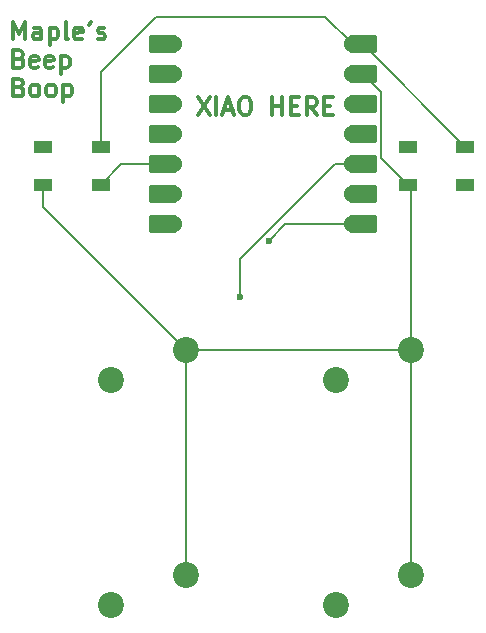
<source format=gbr>
%TF.GenerationSoftware,KiCad,Pcbnew,9.0.2*%
%TF.CreationDate,2025-06-25T23:30:19-04:00*%
%TF.ProjectId,_autosave-hack pad,5f617574-6f73-4617-9665-2d6861636b20,rev?*%
%TF.SameCoordinates,Original*%
%TF.FileFunction,Copper,L1,Top*%
%TF.FilePolarity,Positive*%
%FSLAX46Y46*%
G04 Gerber Fmt 4.6, Leading zero omitted, Abs format (unit mm)*
G04 Created by KiCad (PCBNEW 9.0.2) date 2025-06-25 23:30:19*
%MOMM*%
%LPD*%
G01*
G04 APERTURE LIST*
G04 Aperture macros list*
%AMRoundRect*
0 Rectangle with rounded corners*
0 $1 Rounding radius*
0 $2 $3 $4 $5 $6 $7 $8 $9 X,Y pos of 4 corners*
0 Add a 4 corners polygon primitive as box body*
4,1,4,$2,$3,$4,$5,$6,$7,$8,$9,$2,$3,0*
0 Add four circle primitives for the rounded corners*
1,1,$1+$1,$2,$3*
1,1,$1+$1,$4,$5*
1,1,$1+$1,$6,$7*
1,1,$1+$1,$8,$9*
0 Add four rect primitives between the rounded corners*
20,1,$1+$1,$2,$3,$4,$5,0*
20,1,$1+$1,$4,$5,$6,$7,0*
20,1,$1+$1,$6,$7,$8,$9,0*
20,1,$1+$1,$8,$9,$2,$3,0*%
G04 Aperture macros list end*
%ADD10C,0.300000*%
%TA.AperFunction,NonConductor*%
%ADD11C,0.300000*%
%TD*%
%TA.AperFunction,ComponentPad*%
%ADD12C,2.200000*%
%TD*%
%TA.AperFunction,SMDPad,CuDef*%
%ADD13R,1.500000X1.000000*%
%TD*%
%TA.AperFunction,SMDPad,CuDef*%
%ADD14RoundRect,0.152400X1.063600X0.609600X-1.063600X0.609600X-1.063600X-0.609600X1.063600X-0.609600X0*%
%TD*%
%TA.AperFunction,ComponentPad*%
%ADD15C,1.524000*%
%TD*%
%TA.AperFunction,SMDPad,CuDef*%
%ADD16RoundRect,0.152400X-1.063600X-0.609600X1.063600X-0.609600X1.063600X0.609600X-1.063600X0.609600X0*%
%TD*%
%TA.AperFunction,ViaPad*%
%ADD17C,0.600000*%
%TD*%
%TA.AperFunction,Conductor*%
%ADD18C,0.200000*%
%TD*%
G04 APERTURE END LIST*
D10*
D11*
X148801653Y-78300828D02*
X149801653Y-79800828D01*
X149801653Y-78300828D02*
X148801653Y-79800828D01*
X150373081Y-79800828D02*
X150373081Y-78300828D01*
X151015939Y-79372257D02*
X151730225Y-79372257D01*
X150873082Y-79800828D02*
X151373082Y-78300828D01*
X151373082Y-78300828D02*
X151873082Y-79800828D01*
X152658796Y-78300828D02*
X152944510Y-78300828D01*
X152944510Y-78300828D02*
X153087367Y-78372257D01*
X153087367Y-78372257D02*
X153230224Y-78515114D01*
X153230224Y-78515114D02*
X153301653Y-78800828D01*
X153301653Y-78800828D02*
X153301653Y-79300828D01*
X153301653Y-79300828D02*
X153230224Y-79586542D01*
X153230224Y-79586542D02*
X153087367Y-79729400D01*
X153087367Y-79729400D02*
X152944510Y-79800828D01*
X152944510Y-79800828D02*
X152658796Y-79800828D01*
X152658796Y-79800828D02*
X152515939Y-79729400D01*
X152515939Y-79729400D02*
X152373081Y-79586542D01*
X152373081Y-79586542D02*
X152301653Y-79300828D01*
X152301653Y-79300828D02*
X152301653Y-78800828D01*
X152301653Y-78800828D02*
X152373081Y-78515114D01*
X152373081Y-78515114D02*
X152515939Y-78372257D01*
X152515939Y-78372257D02*
X152658796Y-78300828D01*
X155087367Y-79800828D02*
X155087367Y-78300828D01*
X155087367Y-79015114D02*
X155944510Y-79015114D01*
X155944510Y-79800828D02*
X155944510Y-78300828D01*
X156658796Y-79015114D02*
X157158796Y-79015114D01*
X157373082Y-79800828D02*
X156658796Y-79800828D01*
X156658796Y-79800828D02*
X156658796Y-78300828D01*
X156658796Y-78300828D02*
X157373082Y-78300828D01*
X158873082Y-79800828D02*
X158373082Y-79086542D01*
X158015939Y-79800828D02*
X158015939Y-78300828D01*
X158015939Y-78300828D02*
X158587368Y-78300828D01*
X158587368Y-78300828D02*
X158730225Y-78372257D01*
X158730225Y-78372257D02*
X158801654Y-78443685D01*
X158801654Y-78443685D02*
X158873082Y-78586542D01*
X158873082Y-78586542D02*
X158873082Y-78800828D01*
X158873082Y-78800828D02*
X158801654Y-78943685D01*
X158801654Y-78943685D02*
X158730225Y-79015114D01*
X158730225Y-79015114D02*
X158587368Y-79086542D01*
X158587368Y-79086542D02*
X158015939Y-79086542D01*
X159515939Y-79015114D02*
X160015939Y-79015114D01*
X160230225Y-79800828D02*
X159515939Y-79800828D01*
X159515939Y-79800828D02*
X159515939Y-78300828D01*
X159515939Y-78300828D02*
X160230225Y-78300828D01*
D10*
D11*
X133174510Y-73400996D02*
X133174510Y-71900996D01*
X133174510Y-71900996D02*
X133674510Y-72972425D01*
X133674510Y-72972425D02*
X134174510Y-71900996D01*
X134174510Y-71900996D02*
X134174510Y-73400996D01*
X135531654Y-73400996D02*
X135531654Y-72615282D01*
X135531654Y-72615282D02*
X135460225Y-72472425D01*
X135460225Y-72472425D02*
X135317368Y-72400996D01*
X135317368Y-72400996D02*
X135031654Y-72400996D01*
X135031654Y-72400996D02*
X134888796Y-72472425D01*
X135531654Y-73329568D02*
X135388796Y-73400996D01*
X135388796Y-73400996D02*
X135031654Y-73400996D01*
X135031654Y-73400996D02*
X134888796Y-73329568D01*
X134888796Y-73329568D02*
X134817368Y-73186710D01*
X134817368Y-73186710D02*
X134817368Y-73043853D01*
X134817368Y-73043853D02*
X134888796Y-72900996D01*
X134888796Y-72900996D02*
X135031654Y-72829568D01*
X135031654Y-72829568D02*
X135388796Y-72829568D01*
X135388796Y-72829568D02*
X135531654Y-72758139D01*
X136245939Y-72400996D02*
X136245939Y-73900996D01*
X136245939Y-72472425D02*
X136388797Y-72400996D01*
X136388797Y-72400996D02*
X136674511Y-72400996D01*
X136674511Y-72400996D02*
X136817368Y-72472425D01*
X136817368Y-72472425D02*
X136888797Y-72543853D01*
X136888797Y-72543853D02*
X136960225Y-72686710D01*
X136960225Y-72686710D02*
X136960225Y-73115282D01*
X136960225Y-73115282D02*
X136888797Y-73258139D01*
X136888797Y-73258139D02*
X136817368Y-73329568D01*
X136817368Y-73329568D02*
X136674511Y-73400996D01*
X136674511Y-73400996D02*
X136388797Y-73400996D01*
X136388797Y-73400996D02*
X136245939Y-73329568D01*
X137817368Y-73400996D02*
X137674511Y-73329568D01*
X137674511Y-73329568D02*
X137603082Y-73186710D01*
X137603082Y-73186710D02*
X137603082Y-71900996D01*
X138960225Y-73329568D02*
X138817368Y-73400996D01*
X138817368Y-73400996D02*
X138531654Y-73400996D01*
X138531654Y-73400996D02*
X138388796Y-73329568D01*
X138388796Y-73329568D02*
X138317368Y-73186710D01*
X138317368Y-73186710D02*
X138317368Y-72615282D01*
X138317368Y-72615282D02*
X138388796Y-72472425D01*
X138388796Y-72472425D02*
X138531654Y-72400996D01*
X138531654Y-72400996D02*
X138817368Y-72400996D01*
X138817368Y-72400996D02*
X138960225Y-72472425D01*
X138960225Y-72472425D02*
X139031654Y-72615282D01*
X139031654Y-72615282D02*
X139031654Y-72758139D01*
X139031654Y-72758139D02*
X138317368Y-72900996D01*
X139745939Y-71900996D02*
X139603082Y-72186710D01*
X140317368Y-73329568D02*
X140460225Y-73400996D01*
X140460225Y-73400996D02*
X140745939Y-73400996D01*
X140745939Y-73400996D02*
X140888796Y-73329568D01*
X140888796Y-73329568D02*
X140960225Y-73186710D01*
X140960225Y-73186710D02*
X140960225Y-73115282D01*
X140960225Y-73115282D02*
X140888796Y-72972425D01*
X140888796Y-72972425D02*
X140745939Y-72900996D01*
X140745939Y-72900996D02*
X140531654Y-72900996D01*
X140531654Y-72900996D02*
X140388796Y-72829568D01*
X140388796Y-72829568D02*
X140317368Y-72686710D01*
X140317368Y-72686710D02*
X140317368Y-72615282D01*
X140317368Y-72615282D02*
X140388796Y-72472425D01*
X140388796Y-72472425D02*
X140531654Y-72400996D01*
X140531654Y-72400996D02*
X140745939Y-72400996D01*
X140745939Y-72400996D02*
X140888796Y-72472425D01*
X133674510Y-75030198D02*
X133888796Y-75101626D01*
X133888796Y-75101626D02*
X133960225Y-75173055D01*
X133960225Y-75173055D02*
X134031653Y-75315912D01*
X134031653Y-75315912D02*
X134031653Y-75530198D01*
X134031653Y-75530198D02*
X133960225Y-75673055D01*
X133960225Y-75673055D02*
X133888796Y-75744484D01*
X133888796Y-75744484D02*
X133745939Y-75815912D01*
X133745939Y-75815912D02*
X133174510Y-75815912D01*
X133174510Y-75815912D02*
X133174510Y-74315912D01*
X133174510Y-74315912D02*
X133674510Y-74315912D01*
X133674510Y-74315912D02*
X133817368Y-74387341D01*
X133817368Y-74387341D02*
X133888796Y-74458769D01*
X133888796Y-74458769D02*
X133960225Y-74601626D01*
X133960225Y-74601626D02*
X133960225Y-74744484D01*
X133960225Y-74744484D02*
X133888796Y-74887341D01*
X133888796Y-74887341D02*
X133817368Y-74958769D01*
X133817368Y-74958769D02*
X133674510Y-75030198D01*
X133674510Y-75030198D02*
X133174510Y-75030198D01*
X135245939Y-75744484D02*
X135103082Y-75815912D01*
X135103082Y-75815912D02*
X134817368Y-75815912D01*
X134817368Y-75815912D02*
X134674510Y-75744484D01*
X134674510Y-75744484D02*
X134603082Y-75601626D01*
X134603082Y-75601626D02*
X134603082Y-75030198D01*
X134603082Y-75030198D02*
X134674510Y-74887341D01*
X134674510Y-74887341D02*
X134817368Y-74815912D01*
X134817368Y-74815912D02*
X135103082Y-74815912D01*
X135103082Y-74815912D02*
X135245939Y-74887341D01*
X135245939Y-74887341D02*
X135317368Y-75030198D01*
X135317368Y-75030198D02*
X135317368Y-75173055D01*
X135317368Y-75173055D02*
X134603082Y-75315912D01*
X136531653Y-75744484D02*
X136388796Y-75815912D01*
X136388796Y-75815912D02*
X136103082Y-75815912D01*
X136103082Y-75815912D02*
X135960224Y-75744484D01*
X135960224Y-75744484D02*
X135888796Y-75601626D01*
X135888796Y-75601626D02*
X135888796Y-75030198D01*
X135888796Y-75030198D02*
X135960224Y-74887341D01*
X135960224Y-74887341D02*
X136103082Y-74815912D01*
X136103082Y-74815912D02*
X136388796Y-74815912D01*
X136388796Y-74815912D02*
X136531653Y-74887341D01*
X136531653Y-74887341D02*
X136603082Y-75030198D01*
X136603082Y-75030198D02*
X136603082Y-75173055D01*
X136603082Y-75173055D02*
X135888796Y-75315912D01*
X137245938Y-74815912D02*
X137245938Y-76315912D01*
X137245938Y-74887341D02*
X137388796Y-74815912D01*
X137388796Y-74815912D02*
X137674510Y-74815912D01*
X137674510Y-74815912D02*
X137817367Y-74887341D01*
X137817367Y-74887341D02*
X137888796Y-74958769D01*
X137888796Y-74958769D02*
X137960224Y-75101626D01*
X137960224Y-75101626D02*
X137960224Y-75530198D01*
X137960224Y-75530198D02*
X137888796Y-75673055D01*
X137888796Y-75673055D02*
X137817367Y-75744484D01*
X137817367Y-75744484D02*
X137674510Y-75815912D01*
X137674510Y-75815912D02*
X137388796Y-75815912D01*
X137388796Y-75815912D02*
X137245938Y-75744484D01*
X133674510Y-77445114D02*
X133888796Y-77516542D01*
X133888796Y-77516542D02*
X133960225Y-77587971D01*
X133960225Y-77587971D02*
X134031653Y-77730828D01*
X134031653Y-77730828D02*
X134031653Y-77945114D01*
X134031653Y-77945114D02*
X133960225Y-78087971D01*
X133960225Y-78087971D02*
X133888796Y-78159400D01*
X133888796Y-78159400D02*
X133745939Y-78230828D01*
X133745939Y-78230828D02*
X133174510Y-78230828D01*
X133174510Y-78230828D02*
X133174510Y-76730828D01*
X133174510Y-76730828D02*
X133674510Y-76730828D01*
X133674510Y-76730828D02*
X133817368Y-76802257D01*
X133817368Y-76802257D02*
X133888796Y-76873685D01*
X133888796Y-76873685D02*
X133960225Y-77016542D01*
X133960225Y-77016542D02*
X133960225Y-77159400D01*
X133960225Y-77159400D02*
X133888796Y-77302257D01*
X133888796Y-77302257D02*
X133817368Y-77373685D01*
X133817368Y-77373685D02*
X133674510Y-77445114D01*
X133674510Y-77445114D02*
X133174510Y-77445114D01*
X134888796Y-78230828D02*
X134745939Y-78159400D01*
X134745939Y-78159400D02*
X134674510Y-78087971D01*
X134674510Y-78087971D02*
X134603082Y-77945114D01*
X134603082Y-77945114D02*
X134603082Y-77516542D01*
X134603082Y-77516542D02*
X134674510Y-77373685D01*
X134674510Y-77373685D02*
X134745939Y-77302257D01*
X134745939Y-77302257D02*
X134888796Y-77230828D01*
X134888796Y-77230828D02*
X135103082Y-77230828D01*
X135103082Y-77230828D02*
X135245939Y-77302257D01*
X135245939Y-77302257D02*
X135317368Y-77373685D01*
X135317368Y-77373685D02*
X135388796Y-77516542D01*
X135388796Y-77516542D02*
X135388796Y-77945114D01*
X135388796Y-77945114D02*
X135317368Y-78087971D01*
X135317368Y-78087971D02*
X135245939Y-78159400D01*
X135245939Y-78159400D02*
X135103082Y-78230828D01*
X135103082Y-78230828D02*
X134888796Y-78230828D01*
X136245939Y-78230828D02*
X136103082Y-78159400D01*
X136103082Y-78159400D02*
X136031653Y-78087971D01*
X136031653Y-78087971D02*
X135960225Y-77945114D01*
X135960225Y-77945114D02*
X135960225Y-77516542D01*
X135960225Y-77516542D02*
X136031653Y-77373685D01*
X136031653Y-77373685D02*
X136103082Y-77302257D01*
X136103082Y-77302257D02*
X136245939Y-77230828D01*
X136245939Y-77230828D02*
X136460225Y-77230828D01*
X136460225Y-77230828D02*
X136603082Y-77302257D01*
X136603082Y-77302257D02*
X136674511Y-77373685D01*
X136674511Y-77373685D02*
X136745939Y-77516542D01*
X136745939Y-77516542D02*
X136745939Y-77945114D01*
X136745939Y-77945114D02*
X136674511Y-78087971D01*
X136674511Y-78087971D02*
X136603082Y-78159400D01*
X136603082Y-78159400D02*
X136460225Y-78230828D01*
X136460225Y-78230828D02*
X136245939Y-78230828D01*
X137388796Y-77230828D02*
X137388796Y-78730828D01*
X137388796Y-77302257D02*
X137531654Y-77230828D01*
X137531654Y-77230828D02*
X137817368Y-77230828D01*
X137817368Y-77230828D02*
X137960225Y-77302257D01*
X137960225Y-77302257D02*
X138031654Y-77373685D01*
X138031654Y-77373685D02*
X138103082Y-77516542D01*
X138103082Y-77516542D02*
X138103082Y-77945114D01*
X138103082Y-77945114D02*
X138031654Y-78087971D01*
X138031654Y-78087971D02*
X137960225Y-78159400D01*
X137960225Y-78159400D02*
X137817368Y-78230828D01*
X137817368Y-78230828D02*
X137531654Y-78230828D01*
X137531654Y-78230828D02*
X137388796Y-78159400D01*
D12*
%TO.P,SW3,1,1*%
%TO.N,GND*%
X147796250Y-118745000D03*
%TO.P,SW3,2,2*%
%TO.N,Net-(U1-GPIO4{slash}MISO)*%
X141446250Y-121285000D03*
%TD*%
%TO.P,SW1,1,1*%
%TO.N,GND*%
X147796250Y-99695000D03*
%TO.P,SW1,2,2*%
%TO.N,Net-(U1-GPIO1{slash}RX)*%
X141446250Y-102235000D03*
%TD*%
%TO.P,SW4,1,1*%
%TO.N,GND*%
X166846250Y-118745000D03*
%TO.P,SW4,2,2*%
%TO.N,Net-(U1-GPIO3{slash}MOSI)*%
X160496250Y-121285000D03*
%TD*%
D13*
%TO.P,D2,1,VSS*%
%TO.N,unconnected-(D2-VSS-Pad1)*%
X166550000Y-82525000D03*
%TO.P,D2,2,DIN*%
%TO.N,GND*%
X166550000Y-85725000D03*
%TO.P,D2,3,VDD*%
%TO.N,unconnected-(D2-VDD-Pad3)*%
X171450000Y-85725000D03*
%TO.P,D2,4,DOUT*%
%TO.N,+5V*%
X171450000Y-82525000D03*
%TD*%
D12*
%TO.P,SW2,1,1*%
%TO.N,GND*%
X166846250Y-99695000D03*
%TO.P,SW2,2,2*%
%TO.N,Net-(U1-GPIO2{slash}SCK)*%
X160496250Y-102235000D03*
%TD*%
D14*
%TO.P,U1,1,GPIO26/ADC0/A0*%
%TO.N,unconnected-(U1-GPIO26{slash}ADC0{slash}A0-Pad1)*%
X145850000Y-73818750D03*
D15*
X146685000Y-73818750D03*
D14*
%TO.P,U1,2,GPIO27/ADC1/A1*%
%TO.N,unconnected-(U1-GPIO27{slash}ADC1{slash}A1-Pad2)*%
X145850000Y-76358750D03*
D15*
X146685000Y-76358750D03*
D14*
%TO.P,U1,3,GPIO28/ADC2/A2*%
%TO.N,unconnected-(U1-GPIO28{slash}ADC2{slash}A2-Pad3)*%
X145850000Y-78898750D03*
D15*
X146685000Y-78898750D03*
D14*
%TO.P,U1,4,GPIO29/ADC3/A3*%
%TO.N,unconnected-(U1-GPIO29{slash}ADC3{slash}A3-Pad4)*%
X145850000Y-81438750D03*
D15*
X146685000Y-81438750D03*
D14*
%TO.P,U1,5,GPIO6/SDA*%
%TO.N,Net-(D1-VDD)*%
X145850000Y-83978750D03*
D15*
X146685000Y-83978750D03*
D14*
%TO.P,U1,6,GPIO7/SCL*%
%TO.N,unconnected-(U1-GPIO7{slash}SCL-Pad6)*%
X145850000Y-86518750D03*
D15*
X146685000Y-86518750D03*
D14*
%TO.P,U1,7,GPIO0/TX*%
%TO.N,unconnected-(U1-GPIO0{slash}TX-Pad7)*%
X145850000Y-89058750D03*
D15*
X146685000Y-89058750D03*
%TO.P,U1,8,GPIO1/RX*%
%TO.N,Net-(U1-GPIO1{slash}RX)*%
X161925000Y-89058750D03*
D16*
X162760000Y-89058750D03*
D15*
%TO.P,U1,9,GPIO2/SCK*%
%TO.N,Net-(U1-GPIO2{slash}SCK)*%
X161925000Y-86518750D03*
D16*
X162760000Y-86518750D03*
D15*
%TO.P,U1,10,GPIO4/MISO*%
%TO.N,Net-(U1-GPIO4{slash}MISO)*%
X161925000Y-83978750D03*
D16*
X162760000Y-83978750D03*
D15*
%TO.P,U1,11,GPIO3/MOSI*%
%TO.N,Net-(U1-GPIO3{slash}MOSI)*%
X161925000Y-81438750D03*
D16*
X162760000Y-81438750D03*
D15*
%TO.P,U1,12,3V3*%
%TO.N,unconnected-(U1-3V3-Pad12)*%
X161925000Y-78898750D03*
D16*
X162760000Y-78898750D03*
D15*
%TO.P,U1,13,GND*%
%TO.N,GND*%
X161925000Y-76358750D03*
D16*
X162760000Y-76358750D03*
D15*
%TO.P,U1,14,VBUS*%
%TO.N,+5V*%
X161925000Y-73818750D03*
D16*
X162760000Y-73818750D03*
%TD*%
D13*
%TO.P,D1,1,VSS*%
%TO.N,unconnected-(D1-VSS-Pad1)*%
X135662500Y-82525000D03*
%TO.P,D1,2,DIN*%
%TO.N,GND*%
X135662500Y-85725000D03*
%TO.P,D1,3,VDD*%
%TO.N,Net-(D1-VDD)*%
X140562500Y-85725000D03*
%TO.P,D1,4,DOUT*%
%TO.N,+5V*%
X140562500Y-82525000D03*
%TD*%
D17*
%TO.N,Net-(U1-GPIO1{slash}RX)*%
X154781250Y-90487500D03*
%TO.N,Net-(U1-GPIO4{slash}MISO)*%
X152400000Y-95250000D03*
%TD*%
D18*
%TO.N,GND*%
X135662500Y-85725000D02*
X135662500Y-87561250D01*
X162760000Y-76358750D02*
X161925000Y-76358750D01*
X147796250Y-99695000D02*
X166846250Y-99695000D01*
X164277000Y-83452000D02*
X164277000Y-77875750D01*
X166687500Y-85725000D02*
X166846250Y-85883750D01*
X147796250Y-118745000D02*
X147796250Y-99695000D01*
X166846250Y-85883750D02*
X166846250Y-99695000D01*
X135662500Y-87561250D02*
X147796250Y-99695000D01*
X164277000Y-77875750D02*
X162760000Y-76358750D01*
X166550000Y-85725000D02*
X166687500Y-85725000D01*
X166550000Y-85725000D02*
X164277000Y-83452000D01*
X166846250Y-99695000D02*
X166846250Y-118745000D01*
%TO.N,Net-(D1-VDD)*%
X140562500Y-85725000D02*
X142308750Y-83978750D01*
X142308750Y-83978750D02*
X146685000Y-83978750D01*
%TO.N,+5V*%
X162743750Y-73818750D02*
X161925000Y-73818750D01*
X161925000Y-73818750D02*
X159573250Y-71467000D01*
X159573250Y-71467000D02*
X145256250Y-71467000D01*
X171450000Y-82525000D02*
X162743750Y-73818750D01*
X140562500Y-76160750D02*
X140562500Y-82525000D01*
X145256250Y-71467000D02*
X140562500Y-76160750D01*
%TO.N,Net-(U1-GPIO1{slash}RX)*%
X154781250Y-90487500D02*
X156210000Y-89058750D01*
X156210000Y-89058750D02*
X161925000Y-89058750D01*
%TO.N,Net-(U1-GPIO4{slash}MISO)*%
X152400000Y-95250000D02*
X152400000Y-92018807D01*
X160440057Y-83978750D02*
X161925000Y-83978750D01*
X152400000Y-92018807D02*
X160440057Y-83978750D01*
%TD*%
M02*

</source>
